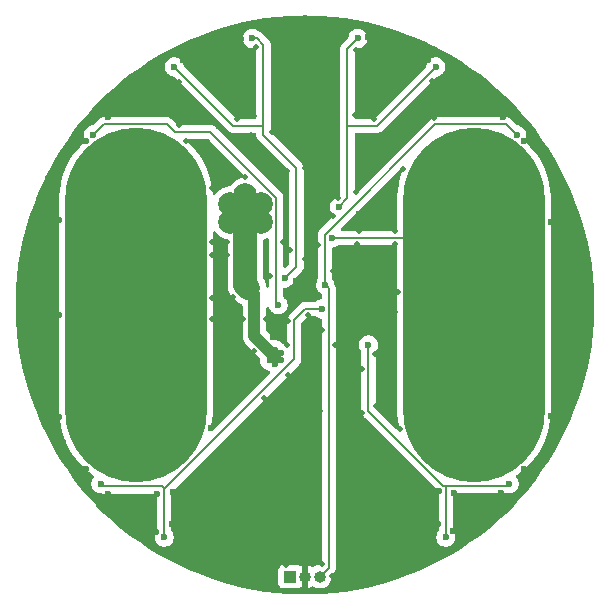
<source format=gbl>
%TF.GenerationSoftware,KiCad,Pcbnew,9.0.0*%
%TF.CreationDate,2025-02-26T13:29:11-06:00*%
%TF.ProjectId,reverse,72657665-7273-4652-9e6b-696361645f70,rev?*%
%TF.SameCoordinates,Original*%
%TF.FileFunction,Copper,L2,Bot*%
%TF.FilePolarity,Positive*%
%FSLAX46Y46*%
G04 Gerber Fmt 4.6, Leading zero omitted, Abs format (unit mm)*
G04 Created by KiCad (PCBNEW 9.0.0) date 2025-02-26 13:29:11*
%MOMM*%
%LPD*%
G01*
G04 APERTURE LIST*
%TA.AperFunction,ComponentPad*%
%ADD10C,2.000000*%
%TD*%
%TA.AperFunction,ComponentPad*%
%ADD11R,1.000000X1.000000*%
%TD*%
%TA.AperFunction,ComponentPad*%
%ADD12O,1.000000X1.000000*%
%TD*%
%TA.AperFunction,ComponentPad*%
%ADD13C,1.600000*%
%TD*%
%TA.AperFunction,ComponentPad*%
%ADD14O,1.200000X4.200000*%
%TD*%
%TA.AperFunction,SMDPad,CuDef*%
%ADD15O,12.000000X30.000000*%
%TD*%
%TA.AperFunction,ViaPad*%
%ADD16C,0.600000*%
%TD*%
%TA.AperFunction,ViaPad*%
%ADD17C,0.500000*%
%TD*%
%TA.AperFunction,Conductor*%
%ADD18C,2.000000*%
%TD*%
%TA.AperFunction,Conductor*%
%ADD19C,1.000000*%
%TD*%
%TA.AperFunction,Conductor*%
%ADD20C,0.200000*%
%TD*%
G04 APERTURE END LIST*
D10*
%TO.P,stitch1,1*%
%TO.N,GND*%
X26924000Y-45758000D03*
%TD*%
%TO.P,stitch1,1*%
%TO.N,GND*%
X41910000Y-27978000D03*
%TD*%
D11*
%TO.P,J1,1,Pin_1*%
%TO.N,+3V0*%
X48725000Y-73000000D03*
D12*
%TO.P,J1,2,Pin_2*%
%TO.N,GND*%
X49995001Y-73000000D03*
%TO.P,J1,3,Pin_3*%
%TO.N,GP6*%
X51265000Y-73000000D03*
%TD*%
D10*
%TO.P,stitch1,1*%
%TO.N,GND*%
X27178000Y-55156000D03*
%TD*%
%TO.P,through-r1,1*%
%TO.N,+3V0*%
X44958000Y-42202000D03*
%TD*%
%TO.P,stitch1,1*%
%TO.N,GND*%
X35306000Y-31788000D03*
%TD*%
%TO.P,stitch1,1*%
%TO.N,GND*%
X35052000Y-68110000D03*
%TD*%
%TO.P,stitch1,1*%
%TO.N,GND*%
X64948000Y-68110000D03*
%TD*%
%TO.P,stitch1,1*%
%TO.N,GND*%
X73076000Y-45758000D03*
%TD*%
D13*
%TO.P,align-r1,1*%
%TO.N,GND*%
X27800000Y-52400000D03*
%TD*%
D10*
%TO.P,through-r6,1*%
%TO.N,+3V0*%
X43658961Y-42952000D03*
%TD*%
%TO.P,through-r4,1*%
%TO.N,+3V0*%
X46257038Y-42952000D03*
%TD*%
D13*
%TO.P,align-r2,1*%
%TO.N,GND*%
X72200000Y-47300000D03*
%TD*%
D10*
%TO.P,through-r2,1*%
%TO.N,+3V0*%
X44958000Y-40702000D03*
%TD*%
%TO.P,through-r7,1*%
%TO.N,+3V0*%
X43658961Y-41452000D03*
%TD*%
%TO.P,through-r3,1*%
%TO.N,+3V0*%
X46257038Y-41452000D03*
%TD*%
%TO.P,through-r5,1*%
%TO.N,+3V0*%
X44958000Y-43702000D03*
%TD*%
D14*
%TO.P,battery-eject1,1*%
%TO.N,GND*%
X50000000Y-57000000D03*
%TD*%
D10*
%TO.P,stitch1,1*%
%TO.N,GND*%
X64694000Y-31788000D03*
%TD*%
%TO.P,stitch1,1*%
%TO.N,GND*%
X72822000Y-55156000D03*
%TD*%
%TO.P,stitch1,1*%
%TO.N,GND*%
X58090000Y-27978000D03*
%TD*%
%TO.P,stitch1,1*%
%TO.N,GND*%
X50038000Y-26454000D03*
%TD*%
D15*
%TO.P,S1,1,1*%
%TO.N,/touch1*%
X64300000Y-50000000D03*
%TD*%
%TO.P,S2,1,1*%
%TO.N,/touch2*%
X35700000Y-50000000D03*
%TD*%
D16*
%TO.N,GND*%
X39878000Y-70650000D03*
D17*
X43622000Y-67184248D03*
D16*
X71139913Y-50517384D03*
X28082024Y-43384656D03*
X73092489Y-48720000D03*
D17*
X42150000Y-45800000D03*
X43434000Y-44700000D03*
D16*
X37479978Y-65965040D03*
D17*
X42082735Y-40070910D03*
X57850000Y-48872000D03*
X54610000Y-43767891D03*
X39362091Y-31160000D03*
D16*
X29200000Y-50830151D03*
X33355379Y-65965040D03*
X66554035Y-65916000D03*
D17*
X48538595Y-51370595D03*
D16*
X61320022Y-65779979D03*
X62520022Y-69111544D03*
D17*
X48107038Y-44702248D03*
X42150000Y-51170000D03*
X53974280Y-48872000D03*
X48726000Y-45382497D03*
D16*
X47280160Y-27203793D03*
D17*
X52324000Y-72936000D03*
X43434000Y-45800000D03*
X46736000Y-45800000D03*
X42150000Y-49450000D03*
X54226545Y-33949455D03*
D16*
X66802000Y-34100000D03*
D17*
X47498000Y-73952000D03*
D16*
X71207898Y-40590102D03*
X60349070Y-70485116D03*
X31436104Y-36093963D03*
X28300000Y-56385079D03*
X70800000Y-42964000D03*
X38862000Y-65824000D03*
X41659829Y-36176508D03*
X62576000Y-65916000D03*
D17*
X55922000Y-54140000D03*
D16*
X54590219Y-42308310D03*
D17*
X54838834Y-59116580D03*
D16*
X49250000Y-48000000D03*
X28606085Y-40776118D03*
D17*
X45890159Y-28163978D03*
X42150000Y-44700000D03*
D16*
X72120000Y-51823608D03*
X27322614Y-51262826D03*
D17*
X46548001Y-57899817D03*
X52832000Y-40932000D03*
X50292000Y-50880000D03*
X43712243Y-64070243D03*
D16*
X72243090Y-43265986D03*
X72154151Y-56701304D03*
D17*
X48514000Y-58966000D03*
D16*
X47249057Y-52730843D03*
D17*
X56042852Y-58549149D03*
X58032262Y-60522486D03*
X39925111Y-36126508D03*
X54356000Y-40424000D03*
X54446550Y-35665599D03*
D16*
X50750000Y-48000000D03*
D17*
X58300909Y-38526909D03*
X45720000Y-56680000D03*
X47244000Y-35344000D03*
D16*
X55294048Y-27322727D03*
X27178000Y-48552000D03*
D17*
X54299595Y-28383403D03*
D16*
X42054793Y-60380793D03*
D17*
X51450000Y-71920000D03*
D16*
X33348962Y-34100000D03*
D17*
X51450000Y-52108000D03*
X54822000Y-55410000D03*
X57658000Y-43726000D03*
X45683248Y-53922752D03*
D16*
X68581384Y-63920710D03*
D17*
X52356770Y-47124803D03*
D16*
X37396029Y-69261093D03*
X39638553Y-29238915D03*
X61262421Y-68560399D03*
X44616892Y-27496677D03*
X60390804Y-29238915D03*
D17*
X51308000Y-58966000D03*
X52578000Y-53378000D03*
X48514000Y-38646000D03*
X43932694Y-49323306D03*
X44958000Y-39154000D03*
D16*
X38747590Y-68570410D03*
D17*
X57658000Y-50584000D03*
D16*
X37338000Y-30772000D03*
D17*
X53594000Y-50584000D03*
X48423752Y-72010248D03*
D16*
X52727373Y-27161069D03*
D17*
X41762190Y-63493583D03*
D16*
X29188208Y-59454350D03*
D17*
X57658000Y-44867891D03*
D16*
X29200000Y-42825258D03*
D17*
X48514000Y-53378000D03*
X55880000Y-34286000D03*
X50019783Y-46071028D03*
D16*
X68563894Y-36093962D03*
D17*
X52333909Y-42456000D03*
X41822294Y-68026853D03*
X60960000Y-34150000D03*
X48521909Y-55925909D03*
X54429190Y-44867891D03*
X45701927Y-34020982D03*
X39370000Y-34794000D03*
X50038000Y-38392000D03*
X47007038Y-47570000D03*
D16*
X72944441Y-51280000D03*
D17*
X46736000Y-51170000D03*
X44770000Y-51170000D03*
X51117893Y-44889405D03*
X44203909Y-34286000D03*
D16*
X62562598Y-30800942D03*
X31436103Y-63906037D03*
D17*
X60713909Y-31068000D03*
D16*
X70785497Y-59433974D03*
D17*
X45447207Y-35644992D03*
D16*
%TO.N,+3V0*%
X44712000Y-48252000D03*
X46998000Y-54094000D03*
X47998000Y-54094000D03*
X45212000Y-48552000D03*
X47998000Y-54694000D03*
X47498000Y-54994000D03*
X46998000Y-54694000D03*
X44712000Y-48852000D03*
X47498000Y-54394000D03*
X45212000Y-49152000D03*
X45712000Y-48852000D03*
X45712000Y-48252000D03*
X45212000Y-47952000D03*
X47498000Y-53794000D03*
%TO.N,GP4*%
X48306433Y-47720647D03*
X45528459Y-27433640D03*
X38920021Y-29838915D03*
%TO.N,/touch2*%
X41000000Y-45250000D03*
%TO.N,/touch1*%
X52267893Y-44317891D03*
%TO.N,GP6*%
X67930774Y-35600000D03*
X51693567Y-48279354D03*
%TO.N,GP1*%
X32692729Y-65155647D03*
X51400000Y-50330000D03*
X38079978Y-69676084D03*
%TO.N,GP8*%
X61920022Y-69676084D03*
X55372000Y-53378000D03*
X67296362Y-65144739D03*
%TO.N,GP5*%
X61079978Y-29838915D03*
X54471540Y-27433640D03*
X52883909Y-41694000D03*
%TO.N,GP3*%
X47724578Y-49992578D03*
X32069225Y-35598000D03*
%TD*%
D18*
%TO.N,+3V0*%
X44958000Y-48298000D02*
X44958000Y-47790000D01*
D19*
X47498000Y-54394000D02*
X45720000Y-52616000D01*
D18*
X45212000Y-48552000D02*
X44958000Y-48298000D01*
X44958000Y-47790000D02*
X44958000Y-42202000D01*
D19*
X45720000Y-52616000D02*
X45720000Y-49060000D01*
X45720000Y-49060000D02*
X45212000Y-48552000D01*
D20*
%TO.N,GP4*%
X46482000Y-35598000D02*
X49276000Y-38392000D01*
X45937640Y-27433640D02*
X46482000Y-27978000D01*
X49276000Y-38392000D02*
X49276000Y-46751080D01*
X38944915Y-29838915D02*
X43942000Y-34836000D01*
X49276000Y-46751080D02*
X48306433Y-47720647D01*
X46482000Y-27978000D02*
X46482000Y-35598000D01*
X38920021Y-29838915D02*
X38944915Y-29838915D01*
X43942000Y-34836000D02*
X46482000Y-34836000D01*
X45528459Y-27433640D02*
X45937640Y-27433640D01*
%TO.N,/touch1*%
X58617891Y-44317891D02*
X64300000Y-50000000D01*
X52267893Y-44317891D02*
X58617891Y-44317891D01*
%TO.N,GP6*%
X51265000Y-73000000D02*
X52000000Y-72265000D01*
X52000000Y-72265000D02*
X52000000Y-48585787D01*
X52000000Y-48585787D02*
X51693567Y-48279354D01*
X51667893Y-48253680D02*
X51667893Y-44069362D01*
X67030774Y-34700000D02*
X67930774Y-35600000D01*
X51693567Y-48279354D02*
X51667893Y-48253680D01*
X51667893Y-44069362D02*
X61037255Y-34700000D01*
X61037255Y-34700000D02*
X67030774Y-34700000D01*
%TO.N,GP1*%
X38140433Y-65529567D02*
X38079978Y-65529567D01*
X32692729Y-65155647D02*
X32902122Y-65365040D01*
X51400000Y-50330000D02*
X50038000Y-50330000D01*
X38079978Y-65529567D02*
X38079978Y-69676084D01*
X49100000Y-51268000D02*
X49100000Y-54570000D01*
X32902122Y-65365040D02*
X37915451Y-65365040D01*
X50038000Y-50330000D02*
X49100000Y-51268000D01*
X49100000Y-54570000D02*
X38140433Y-65529567D01*
X37915451Y-65365040D02*
X38079978Y-65529567D01*
%TO.N,GP8*%
X67296362Y-65144739D02*
X67125101Y-65316000D01*
X67125101Y-65316000D02*
X61920022Y-65316000D01*
X55372000Y-53378000D02*
X55372000Y-58981545D01*
X61706455Y-65316000D02*
X61920022Y-65316000D01*
X55372000Y-58981545D02*
X61706455Y-65316000D01*
X61920022Y-65316000D02*
X61920022Y-69676084D01*
%TO.N,GP5*%
X54471540Y-27433640D02*
X53594000Y-28311180D01*
X61079978Y-29890022D02*
X61079978Y-29838915D01*
X53594000Y-40983909D02*
X52883909Y-41694000D01*
X53594000Y-28311180D02*
X53594000Y-40983909D01*
X53594000Y-34836000D02*
X56134000Y-34836000D01*
X56134000Y-34836000D02*
X61079978Y-29890022D01*
%TO.N,GP3*%
X41987516Y-35344000D02*
X38953545Y-35344000D01*
X47557038Y-49825038D02*
X47557038Y-40913522D01*
X32967225Y-34700000D02*
X32069225Y-35598000D01*
X47557038Y-40913522D02*
X41987516Y-35344000D01*
X47724578Y-49992578D02*
X47557038Y-49825038D01*
X38309545Y-34700000D02*
X32967225Y-34700000D01*
X38953545Y-35344000D02*
X38309545Y-34700000D01*
%TD*%
%TA.AperFunction,Conductor*%
%TO.N,GND*%
G36*
X42405703Y-43785323D02*
G01*
X42424815Y-43806147D01*
X42514444Y-43929510D01*
X42681451Y-44096517D01*
X42872528Y-44235343D01*
X42959460Y-44279637D01*
X43082964Y-44342566D01*
X43082966Y-44342566D01*
X43082969Y-44342568D01*
X43307593Y-44415553D01*
X43352899Y-44422728D01*
X43416032Y-44452656D01*
X43452963Y-44511967D01*
X43457500Y-44545201D01*
X43457500Y-48416097D01*
X43494446Y-48649368D01*
X43567433Y-48873996D01*
X43674657Y-49084434D01*
X43813483Y-49275510D01*
X44234490Y-49696517D01*
X44425566Y-49835343D01*
X44636008Y-49942568D01*
X44636014Y-49942570D01*
X44640508Y-49944432D01*
X44639859Y-49945996D01*
X44691471Y-49981266D01*
X44718688Y-50045617D01*
X44719500Y-50059787D01*
X44719500Y-52714541D01*
X44719500Y-52714543D01*
X44719499Y-52714543D01*
X44757947Y-52907829D01*
X44757950Y-52907839D01*
X44833364Y-53089907D01*
X44833371Y-53089920D01*
X44942859Y-53253780D01*
X44942860Y-53253781D01*
X44942861Y-53253782D01*
X45082218Y-53393139D01*
X45082219Y-53393139D01*
X45089286Y-53400206D01*
X45089285Y-53400206D01*
X45089289Y-53400209D01*
X46168341Y-54479262D01*
X46201826Y-54540585D01*
X46202278Y-54591130D01*
X46197500Y-54615154D01*
X46197500Y-54772846D01*
X46228261Y-54927489D01*
X46228264Y-54927501D01*
X46288602Y-55073172D01*
X46288609Y-55073185D01*
X46376210Y-55204288D01*
X46376213Y-55204292D01*
X46487707Y-55315786D01*
X46487711Y-55315789D01*
X46618814Y-55403390D01*
X46618827Y-55403397D01*
X46686961Y-55431618D01*
X46764503Y-55463737D01*
X46816436Y-55474067D01*
X46832205Y-55482304D01*
X46849590Y-55485741D01*
X46876276Y-55505324D01*
X46878241Y-55506351D01*
X46879097Y-55507175D01*
X46987711Y-55615789D01*
X47001484Y-55624992D01*
X47009427Y-55632638D01*
X47021502Y-55653786D01*
X47037124Y-55672476D01*
X47038520Y-55683588D01*
X47044073Y-55693313D01*
X47042797Y-55717635D01*
X47045834Y-55741800D01*
X47041001Y-55751902D01*
X47040415Y-55763086D01*
X47026192Y-55782857D01*
X47015682Y-55804829D01*
X47011111Y-55809652D01*
X42242578Y-60578185D01*
X42181255Y-60611670D01*
X42111563Y-60606686D01*
X42055630Y-60564814D01*
X42031213Y-60499350D01*
X42034322Y-60461566D01*
X42080514Y-60269163D01*
X42160423Y-59764641D01*
X42200500Y-59255405D01*
X42200500Y-43879036D01*
X42220185Y-43811997D01*
X42272989Y-43766242D01*
X42342147Y-43756298D01*
X42405703Y-43785323D01*
G37*
%TD.AperFunction*%
%TA.AperFunction,Conductor*%
G36*
X46923893Y-44389263D02*
G01*
X46954722Y-44451964D01*
X46956538Y-44473109D01*
X46956538Y-48399137D01*
X46936853Y-48466176D01*
X46884049Y-48511931D01*
X46814891Y-48521875D01*
X46751335Y-48492850D01*
X46713561Y-48434072D01*
X46710065Y-48418535D01*
X46699844Y-48354003D01*
X46675552Y-48200631D01*
X46639060Y-48088319D01*
X46602569Y-47976010D01*
X46602567Y-47976007D01*
X46591429Y-47954148D01*
X46495343Y-47765566D01*
X46495341Y-47765563D01*
X46482181Y-47747449D01*
X46458702Y-47681643D01*
X46458500Y-47674565D01*
X46458500Y-44545201D01*
X46478185Y-44478162D01*
X46530989Y-44432407D01*
X46563095Y-44422729D01*
X46608406Y-44415553D01*
X46794220Y-44355177D01*
X46864060Y-44353183D01*
X46923893Y-44389263D01*
G37*
%TD.AperFunction*%
%TA.AperFunction,Conductor*%
G36*
X58116007Y-38547034D02*
G01*
X58140235Y-38548767D01*
X58149255Y-38555519D01*
X58160172Y-38558306D01*
X58176723Y-38576082D01*
X58196168Y-38590639D01*
X58200105Y-38601194D01*
X58207784Y-38609442D01*
X58212097Y-38633347D01*
X58220585Y-38656103D01*
X58218511Y-38668896D01*
X58220191Y-38678202D01*
X58211463Y-38712400D01*
X58196578Y-38748336D01*
X58038736Y-39234128D01*
X58038729Y-39234151D01*
X57962190Y-39552958D01*
X57921011Y-39724487D01*
X57919485Y-39730842D01*
X57839577Y-40235357D01*
X57839577Y-40235358D01*
X57799500Y-40744589D01*
X57799500Y-43593391D01*
X57779815Y-43660430D01*
X57727011Y-43706185D01*
X57675500Y-43717391D01*
X53168461Y-43717391D01*
X53101422Y-43697706D01*
X53055667Y-43644902D01*
X53045723Y-43575744D01*
X53074748Y-43512188D01*
X53080780Y-43505710D01*
X54270706Y-42315784D01*
X58009222Y-38577266D01*
X58019108Y-38571868D01*
X58026179Y-38563094D01*
X58049226Y-38555422D01*
X58070543Y-38543783D01*
X58081781Y-38544586D01*
X58092473Y-38541028D01*
X58116007Y-38547034D01*
G37*
%TD.AperFunction*%
%TA.AperFunction,Conductor*%
G36*
X41754458Y-35964185D02*
G01*
X41775100Y-35980819D01*
X44802383Y-39008103D01*
X44835868Y-39069426D01*
X44830884Y-39139118D01*
X44789012Y-39195051D01*
X44734101Y-39218257D01*
X44606630Y-39238447D01*
X44382003Y-39311433D01*
X44171566Y-39418657D01*
X44062550Y-39497862D01*
X43980490Y-39557483D01*
X43980488Y-39557485D01*
X43980487Y-39557485D01*
X43813485Y-39724487D01*
X43813485Y-39724488D01*
X43813483Y-39724490D01*
X43685687Y-39900386D01*
X43630357Y-39943051D01*
X43585369Y-39951500D01*
X43540864Y-39951500D01*
X43307592Y-39988446D01*
X43082964Y-40061433D01*
X42872527Y-40168657D01*
X42780722Y-40235358D01*
X42681451Y-40307483D01*
X42681449Y-40307485D01*
X42681448Y-40307485D01*
X42514445Y-40474488D01*
X42409568Y-40618838D01*
X42354237Y-40661503D01*
X42284624Y-40667482D01*
X42222829Y-40634876D01*
X42188472Y-40574037D01*
X42185632Y-40555681D01*
X42184777Y-40544812D01*
X42160423Y-40235359D01*
X42080514Y-39730837D01*
X41961268Y-39234140D01*
X41803419Y-38748330D01*
X41607940Y-38276402D01*
X41376037Y-37821267D01*
X41376028Y-37821253D01*
X41376026Y-37821247D01*
X41186773Y-37512417D01*
X41109139Y-37385729D01*
X40808892Y-36972474D01*
X40808887Y-36972467D01*
X40477152Y-36584057D01*
X40477147Y-36584051D01*
X40115949Y-36222853D01*
X40115941Y-36222846D01*
X40115930Y-36222836D01*
X40045625Y-36162790D01*
X40007431Y-36104284D01*
X40006932Y-36034416D01*
X40044286Y-35975369D01*
X40107633Y-35945891D01*
X40126156Y-35944500D01*
X41687419Y-35944500D01*
X41754458Y-35964185D01*
G37*
%TD.AperFunction*%
%TA.AperFunction,Conductor*%
G36*
X50483459Y-25505319D02*
G01*
X51439889Y-25542897D01*
X51444681Y-25543179D01*
X52398977Y-25618283D01*
X52403740Y-25618752D01*
X53354385Y-25731268D01*
X53359113Y-25731922D01*
X54304537Y-25881663D01*
X54309291Y-25882512D01*
X55248086Y-26069250D01*
X55252803Y-26070284D01*
X56183589Y-26293747D01*
X56188240Y-26294961D01*
X57040011Y-26535185D01*
X57109478Y-26554777D01*
X57114137Y-26556190D01*
X58024475Y-26851976D01*
X58029024Y-26853553D01*
X58927083Y-27184865D01*
X58931590Y-27186629D01*
X59815913Y-27552928D01*
X59820329Y-27554859D01*
X60063876Y-27667136D01*
X60689597Y-27955598D01*
X60693978Y-27957723D01*
X60885737Y-28055429D01*
X61546821Y-28392268D01*
X61551104Y-28394558D01*
X62386242Y-28862258D01*
X62390443Y-28864720D01*
X63206538Y-29364824D01*
X63210639Y-29367449D01*
X64006500Y-29899226D01*
X64010494Y-29902010D01*
X64784842Y-30464607D01*
X64788725Y-30467546D01*
X65540405Y-31060122D01*
X65544169Y-31063211D01*
X66272020Y-31684855D01*
X66275630Y-31688063D01*
X66961980Y-32322518D01*
X66978508Y-32337796D01*
X66982018Y-32341171D01*
X67658828Y-33017981D01*
X67662203Y-33021491D01*
X68311923Y-33724354D01*
X68315157Y-33727993D01*
X68936788Y-34455830D01*
X68939877Y-34459594D01*
X69532453Y-35211274D01*
X69535392Y-35215157D01*
X70097989Y-35989505D01*
X70100773Y-35993499D01*
X70632550Y-36789360D01*
X70635175Y-36793461D01*
X71135279Y-37609556D01*
X71137741Y-37613757D01*
X71605441Y-38448895D01*
X71607737Y-38453189D01*
X72042276Y-39306021D01*
X72044401Y-39310402D01*
X72445130Y-40179648D01*
X72447081Y-40184109D01*
X72813364Y-41068396D01*
X72815139Y-41072930D01*
X73146437Y-41970950D01*
X73148032Y-41975551D01*
X73443809Y-42885862D01*
X73445222Y-42890521D01*
X73705030Y-43811729D01*
X73706260Y-43816441D01*
X73929710Y-44747177D01*
X73930753Y-44751933D01*
X74117483Y-45690688D01*
X74118339Y-45695481D01*
X74268073Y-46640863D01*
X74268737Y-46645657D01*
X74381240Y-47596192D01*
X74381717Y-47601038D01*
X74456818Y-48555284D01*
X74457104Y-48560145D01*
X74494681Y-49516540D01*
X74494777Y-49521408D01*
X74494777Y-50478591D01*
X74494681Y-50483459D01*
X74457104Y-51439854D01*
X74456818Y-51444715D01*
X74381717Y-52398961D01*
X74381241Y-52403791D01*
X74270971Y-53335473D01*
X74268741Y-53354313D01*
X74268073Y-53359136D01*
X74118339Y-54304518D01*
X74117483Y-54309311D01*
X73930753Y-55248066D01*
X73929710Y-55252822D01*
X73706260Y-56183558D01*
X73705030Y-56188270D01*
X73445222Y-57109478D01*
X73443809Y-57114137D01*
X73148032Y-58024448D01*
X73146437Y-58029049D01*
X72815139Y-58927069D01*
X72813364Y-58931603D01*
X72447081Y-59815890D01*
X72445130Y-59820351D01*
X72044401Y-60689597D01*
X72042276Y-60693978D01*
X71607737Y-61546810D01*
X71605441Y-61551104D01*
X71137741Y-62386242D01*
X71135279Y-62390443D01*
X70635175Y-63206538D01*
X70632550Y-63210639D01*
X70100773Y-64006500D01*
X70097989Y-64010494D01*
X69535392Y-64784842D01*
X69532453Y-64788725D01*
X68939877Y-65540405D01*
X68936788Y-65544169D01*
X68315157Y-66272006D01*
X68311923Y-66275645D01*
X67662203Y-66978508D01*
X67658828Y-66982018D01*
X66982018Y-67658828D01*
X66978508Y-67662203D01*
X66275645Y-68311923D01*
X66272006Y-68315157D01*
X65544169Y-68936788D01*
X65540405Y-68939877D01*
X64788725Y-69532453D01*
X64784842Y-69535392D01*
X64010494Y-70097989D01*
X64006500Y-70100773D01*
X63210639Y-70632550D01*
X63206538Y-70635175D01*
X62390443Y-71135279D01*
X62386242Y-71137741D01*
X61551104Y-71605441D01*
X61546810Y-71607737D01*
X60693978Y-72042276D01*
X60689597Y-72044401D01*
X59820351Y-72445130D01*
X59815890Y-72447081D01*
X58931603Y-72813364D01*
X58927069Y-72815139D01*
X58029049Y-73146437D01*
X58024448Y-73148032D01*
X57114137Y-73443809D01*
X57109478Y-73445222D01*
X56188270Y-73705030D01*
X56183558Y-73706260D01*
X55252822Y-73929710D01*
X55248066Y-73930753D01*
X54309311Y-74117483D01*
X54304518Y-74118339D01*
X53359136Y-74268073D01*
X53354335Y-74268737D01*
X52403791Y-74381241D01*
X52398961Y-74381717D01*
X51444715Y-74456818D01*
X51439854Y-74457104D01*
X50483459Y-74494681D01*
X50478591Y-74494777D01*
X49521409Y-74494777D01*
X49516541Y-74494681D01*
X48560145Y-74457104D01*
X48555284Y-74456818D01*
X47601038Y-74381717D01*
X47596213Y-74381242D01*
X46645657Y-74268737D01*
X46640863Y-74268073D01*
X45695481Y-74118339D01*
X45690688Y-74117483D01*
X44751933Y-73930753D01*
X44747177Y-73929710D01*
X43816441Y-73706260D01*
X43811729Y-73705030D01*
X42890521Y-73445222D01*
X42885862Y-73443809D01*
X41975551Y-73148032D01*
X41970950Y-73146437D01*
X41072930Y-72815139D01*
X41068396Y-72813364D01*
X40464849Y-72563367D01*
X40184109Y-72447081D01*
X40179648Y-72445130D01*
X39310402Y-72044401D01*
X39306021Y-72042276D01*
X38453189Y-71607737D01*
X38448895Y-71605441D01*
X37613757Y-71137741D01*
X37609556Y-71135279D01*
X36793461Y-70635175D01*
X36789360Y-70632550D01*
X35993499Y-70100773D01*
X35989505Y-70097989D01*
X35215157Y-69535392D01*
X35211274Y-69532453D01*
X34459594Y-68939877D01*
X34455830Y-68936788D01*
X34166276Y-68689485D01*
X33727982Y-68315147D01*
X33724354Y-68311923D01*
X33021491Y-67662203D01*
X33017981Y-67658828D01*
X32341171Y-66982018D01*
X32337796Y-66978508D01*
X32304081Y-66942035D01*
X31688063Y-66275630D01*
X31684855Y-66272020D01*
X31063211Y-65544169D01*
X31060122Y-65540405D01*
X30467546Y-64788725D01*
X30464607Y-64784842D01*
X29902010Y-64010494D01*
X29899226Y-64006500D01*
X29367449Y-63210639D01*
X29364824Y-63206538D01*
X28864720Y-62390443D01*
X28862258Y-62386242D01*
X28394558Y-61551104D01*
X28392262Y-61546810D01*
X27957723Y-60693978D01*
X27955598Y-60689597D01*
X27739694Y-60221266D01*
X27554859Y-59820329D01*
X27552928Y-59815913D01*
X27186629Y-58931590D01*
X27184860Y-58927069D01*
X27113194Y-58732810D01*
X26853553Y-58029024D01*
X26851976Y-58024475D01*
X26556190Y-57114137D01*
X26554777Y-57109478D01*
X26365937Y-56439903D01*
X26294961Y-56188240D01*
X26293747Y-56183589D01*
X26070284Y-55252803D01*
X26069246Y-55248066D01*
X26060538Y-55204289D01*
X25882512Y-54309291D01*
X25881660Y-54304518D01*
X25816122Y-53890726D01*
X25731922Y-53359113D01*
X25731268Y-53354385D01*
X25618752Y-52403740D01*
X25618282Y-52398961D01*
X25600780Y-52176575D01*
X25543179Y-51444681D01*
X25542897Y-51439889D01*
X25505319Y-50483459D01*
X25505223Y-50478591D01*
X25505223Y-49521408D01*
X25505319Y-49516540D01*
X25509420Y-49412152D01*
X25542897Y-48560107D01*
X25543178Y-48555321D01*
X25618284Y-47601017D01*
X25618751Y-47596264D01*
X25731268Y-46645607D01*
X25731921Y-46640893D01*
X25881664Y-45695453D01*
X25882510Y-45690717D01*
X26069252Y-44751903D01*
X26070282Y-44747207D01*
X26293750Y-43816398D01*
X26294957Y-43811771D01*
X26554780Y-42890510D01*
X26556190Y-42885862D01*
X26653959Y-42584960D01*
X26851981Y-41975509D01*
X26853547Y-41970991D01*
X27184872Y-41072898D01*
X27186622Y-41068427D01*
X27320757Y-40744595D01*
X29199500Y-40744595D01*
X29199500Y-59255405D01*
X29239577Y-59764641D01*
X29319486Y-60269163D01*
X29438732Y-60765860D01*
X29483800Y-60904564D01*
X29596578Y-61251664D01*
X29720611Y-61551104D01*
X29792060Y-61723598D01*
X30023963Y-62178733D01*
X30023968Y-62178741D01*
X30023970Y-62178745D01*
X30023973Y-62178752D01*
X30290855Y-62614261D01*
X30290862Y-62614272D01*
X30591102Y-63027518D01*
X30591112Y-63027532D01*
X30745776Y-63208619D01*
X30922853Y-63415949D01*
X31284051Y-63777147D01*
X31284057Y-63777152D01*
X31672467Y-64108887D01*
X31672474Y-64108892D01*
X32085729Y-64409139D01*
X32088551Y-64410868D01*
X32088911Y-64411089D01*
X32135785Y-64462901D01*
X32147206Y-64531831D01*
X32119548Y-64595994D01*
X32111801Y-64604495D01*
X32070943Y-64645353D01*
X32070939Y-64645358D01*
X31983338Y-64776461D01*
X31983331Y-64776474D01*
X31922993Y-64922145D01*
X31922990Y-64922157D01*
X31892229Y-65076800D01*
X31892229Y-65234493D01*
X31922990Y-65389136D01*
X31922993Y-65389148D01*
X31983331Y-65534819D01*
X31983338Y-65534832D01*
X32070939Y-65665935D01*
X32070942Y-65665939D01*
X32182436Y-65777433D01*
X32182440Y-65777436D01*
X32313543Y-65865037D01*
X32313556Y-65865044D01*
X32432900Y-65914477D01*
X32459232Y-65925384D01*
X32604451Y-65954270D01*
X32613882Y-65956146D01*
X32613885Y-65956147D01*
X32771685Y-65956147D01*
X32803780Y-65960373D01*
X32817378Y-65964016D01*
X32823064Y-65965540D01*
X32823065Y-65965540D01*
X37355478Y-65965540D01*
X37422517Y-65985225D01*
X37468272Y-66038029D01*
X37479478Y-66089540D01*
X37479478Y-69096318D01*
X37459793Y-69163357D01*
X37458580Y-69165209D01*
X37370587Y-69296898D01*
X37370580Y-69296911D01*
X37310242Y-69442582D01*
X37310239Y-69442594D01*
X37279478Y-69597237D01*
X37279478Y-69754930D01*
X37310239Y-69909573D01*
X37310242Y-69909585D01*
X37370580Y-70055256D01*
X37370587Y-70055269D01*
X37458188Y-70186372D01*
X37458191Y-70186376D01*
X37569685Y-70297870D01*
X37569689Y-70297873D01*
X37700792Y-70385474D01*
X37700805Y-70385481D01*
X37846476Y-70445819D01*
X37846481Y-70445821D01*
X38001131Y-70476583D01*
X38001134Y-70476584D01*
X38001136Y-70476584D01*
X38158822Y-70476584D01*
X38158823Y-70476583D01*
X38313475Y-70445821D01*
X38459157Y-70385478D01*
X38590267Y-70297873D01*
X38701767Y-70186373D01*
X38789372Y-70055263D01*
X38849715Y-69909581D01*
X38880478Y-69754926D01*
X38880478Y-69597242D01*
X38880478Y-69597239D01*
X38880477Y-69597237D01*
X38867890Y-69533957D01*
X38849715Y-69442587D01*
X38849713Y-69442582D01*
X38789375Y-69296911D01*
X38789368Y-69296898D01*
X38701376Y-69165209D01*
X38680498Y-69098531D01*
X38680478Y-69096318D01*
X38680478Y-65890118D01*
X38700163Y-65823079D01*
X38716792Y-65802442D01*
X49458506Y-55060727D01*
X49458511Y-55060724D01*
X49468714Y-55050520D01*
X49468716Y-55050520D01*
X49580520Y-54938716D01*
X49587002Y-54927489D01*
X49658150Y-54804257D01*
X49658152Y-54804251D01*
X49659577Y-54801785D01*
X49700500Y-54649058D01*
X49700500Y-54490943D01*
X49700500Y-51568097D01*
X49720185Y-51501058D01*
X49736819Y-51480416D01*
X50250416Y-50966819D01*
X50311739Y-50933334D01*
X50338097Y-50930500D01*
X50820234Y-50930500D01*
X50887273Y-50950185D01*
X50889125Y-50951398D01*
X51020814Y-51039390D01*
X51020827Y-51039397D01*
X51166498Y-51099735D01*
X51166503Y-51099737D01*
X51276987Y-51121713D01*
X51299691Y-51126230D01*
X51361602Y-51158615D01*
X51396176Y-51219330D01*
X51399500Y-51247847D01*
X51399500Y-71875500D01*
X51379815Y-71942539D01*
X51327011Y-71988294D01*
X51275500Y-71999500D01*
X51166457Y-71999500D01*
X50973170Y-72037947D01*
X50973160Y-72037950D01*
X50791093Y-72113364D01*
X50791082Y-72113370D01*
X50698440Y-72175271D01*
X50631762Y-72196148D01*
X50564382Y-72177663D01*
X50560659Y-72175270D01*
X50468685Y-72113814D01*
X50468672Y-72113807D01*
X50286692Y-72038429D01*
X50286684Y-72038427D01*
X50245001Y-72030135D01*
X50245001Y-72790382D01*
X50194555Y-72739936D01*
X50120446Y-72697149D01*
X50037788Y-72675000D01*
X49952214Y-72675000D01*
X49869556Y-72697149D01*
X49795447Y-72739936D01*
X49745001Y-72790382D01*
X49745001Y-72030136D01*
X49745000Y-72030135D01*
X49703317Y-72038427D01*
X49703309Y-72038429D01*
X49601340Y-72080666D01*
X49531870Y-72088135D01*
X49479580Y-72065374D01*
X49467331Y-72056204D01*
X49467326Y-72056202D01*
X49332482Y-72005908D01*
X49332483Y-72005908D01*
X49272883Y-71999501D01*
X49272881Y-71999500D01*
X49272873Y-71999500D01*
X49272864Y-71999500D01*
X48177129Y-71999500D01*
X48177123Y-71999501D01*
X48117516Y-72005908D01*
X47982671Y-72056202D01*
X47982664Y-72056206D01*
X47867455Y-72142452D01*
X47867452Y-72142455D01*
X47781206Y-72257664D01*
X47781202Y-72257671D01*
X47730908Y-72392517D01*
X47724501Y-72452116D01*
X47724500Y-72452135D01*
X47724500Y-73547870D01*
X47724501Y-73547876D01*
X47730908Y-73607483D01*
X47781202Y-73742328D01*
X47781206Y-73742335D01*
X47867452Y-73857544D01*
X47867455Y-73857547D01*
X47982664Y-73943793D01*
X47982671Y-73943797D01*
X48117517Y-73994091D01*
X48117516Y-73994091D01*
X48124444Y-73994835D01*
X48177127Y-74000500D01*
X49272872Y-74000499D01*
X49332483Y-73994091D01*
X49467331Y-73943796D01*
X49479574Y-73934630D01*
X49545036Y-73910210D01*
X49601340Y-73919333D01*
X49703309Y-73961569D01*
X49745001Y-73969862D01*
X49745001Y-73209618D01*
X49795447Y-73260064D01*
X49869556Y-73302851D01*
X49952214Y-73325000D01*
X50037788Y-73325000D01*
X50120446Y-73302851D01*
X50194555Y-73260064D01*
X50245001Y-73209618D01*
X50245001Y-73969862D01*
X50286691Y-73961569D01*
X50286693Y-73961569D01*
X50468674Y-73886191D01*
X50468677Y-73886189D01*
X50560658Y-73824729D01*
X50627335Y-73803850D01*
X50694716Y-73822334D01*
X50698390Y-73824695D01*
X50791086Y-73886632D01*
X50791088Y-73886633D01*
X50791092Y-73886635D01*
X50972001Y-73961569D01*
X50973165Y-73962051D01*
X50973169Y-73962051D01*
X50973170Y-73962052D01*
X51166456Y-74000500D01*
X51166459Y-74000500D01*
X51363543Y-74000500D01*
X51517567Y-73969862D01*
X51556835Y-73962051D01*
X51738914Y-73886632D01*
X51902782Y-73777139D01*
X52042139Y-73637782D01*
X52151632Y-73473914D01*
X52227051Y-73291835D01*
X52255973Y-73146437D01*
X52265500Y-73098543D01*
X52265500Y-72900096D01*
X52274143Y-72870659D01*
X52280667Y-72840670D01*
X52284422Y-72835653D01*
X52285185Y-72833057D01*
X52301818Y-72812416D01*
X52313788Y-72800446D01*
X52358505Y-72755729D01*
X52358510Y-72755725D01*
X52368714Y-72745520D01*
X52368716Y-72745520D01*
X52480520Y-72633716D01*
X52542660Y-72526086D01*
X52559577Y-72496785D01*
X52600501Y-72344057D01*
X52600501Y-72185943D01*
X52600501Y-72178348D01*
X52600500Y-72178330D01*
X52600500Y-48674847D01*
X52600501Y-48674834D01*
X52600501Y-48506731D01*
X52598289Y-48498476D01*
X52559577Y-48354003D01*
X52510679Y-48269309D01*
X52494067Y-48207310D01*
X52494067Y-48200509D01*
X52494066Y-48200507D01*
X52463305Y-48045864D01*
X52463304Y-48045857D01*
X52434372Y-47976008D01*
X52402964Y-47900181D01*
X52402957Y-47900168D01*
X52315356Y-47769065D01*
X52315353Y-47769061D01*
X52304712Y-47758420D01*
X52271227Y-47697097D01*
X52268393Y-47670739D01*
X52268393Y-45235738D01*
X52288078Y-45168699D01*
X52340882Y-45122944D01*
X52368202Y-45114121D01*
X52384184Y-45110941D01*
X52501390Y-45087628D01*
X52647072Y-45027285D01*
X52701556Y-44990880D01*
X52778768Y-44939289D01*
X52845446Y-44918411D01*
X52847659Y-44918391D01*
X57675500Y-44918391D01*
X57742539Y-44938076D01*
X57788294Y-44990880D01*
X57799500Y-45042391D01*
X57799500Y-59255404D01*
X57839577Y-59764641D01*
X57839577Y-59764642D01*
X57919485Y-60269157D01*
X57946577Y-60382004D01*
X57943086Y-60451786D01*
X57902422Y-60508604D01*
X57837496Y-60534417D01*
X57768921Y-60521031D01*
X57738322Y-60498632D01*
X56008819Y-58769129D01*
X55975334Y-58707806D01*
X55972500Y-58681448D01*
X55972500Y-53957765D01*
X55992185Y-53890726D01*
X55993398Y-53888874D01*
X56081390Y-53757185D01*
X56081390Y-53757184D01*
X56081394Y-53757179D01*
X56141737Y-53611497D01*
X56172500Y-53456842D01*
X56172500Y-53299158D01*
X56172500Y-53299155D01*
X56172499Y-53299153D01*
X56147249Y-53172213D01*
X56141737Y-53144503D01*
X56119123Y-53089907D01*
X56081397Y-52998827D01*
X56081390Y-52998814D01*
X55993789Y-52867711D01*
X55993786Y-52867707D01*
X55882292Y-52756213D01*
X55882288Y-52756210D01*
X55751185Y-52668609D01*
X55751172Y-52668602D01*
X55605501Y-52608264D01*
X55605489Y-52608261D01*
X55450845Y-52577500D01*
X55450842Y-52577500D01*
X55293158Y-52577500D01*
X55293155Y-52577500D01*
X55138510Y-52608261D01*
X55138498Y-52608264D01*
X54992827Y-52668602D01*
X54992814Y-52668609D01*
X54861711Y-52756210D01*
X54861707Y-52756213D01*
X54750213Y-52867707D01*
X54750210Y-52867711D01*
X54662609Y-52998814D01*
X54662602Y-52998827D01*
X54602264Y-53144498D01*
X54602261Y-53144510D01*
X54571500Y-53299153D01*
X54571500Y-53456846D01*
X54602261Y-53611489D01*
X54602264Y-53611501D01*
X54662602Y-53757172D01*
X54662609Y-53757185D01*
X54750602Y-53888874D01*
X54771480Y-53955551D01*
X54771500Y-53957765D01*
X54771500Y-58894875D01*
X54771499Y-58894893D01*
X54771499Y-59060599D01*
X54771498Y-59060599D01*
X54771499Y-59060602D01*
X54812423Y-59213330D01*
X54836715Y-59255405D01*
X54891477Y-59350257D01*
X54891481Y-59350262D01*
X55010349Y-59469130D01*
X55010355Y-59469135D01*
X61225933Y-65684713D01*
X61225935Y-65684716D01*
X61283204Y-65741985D01*
X61316688Y-65803306D01*
X61319522Y-65829665D01*
X61319522Y-69096318D01*
X61299837Y-69163357D01*
X61298624Y-69165209D01*
X61210631Y-69296898D01*
X61210624Y-69296911D01*
X61150286Y-69442582D01*
X61150283Y-69442594D01*
X61119522Y-69597237D01*
X61119522Y-69754930D01*
X61150283Y-69909573D01*
X61150286Y-69909585D01*
X61210624Y-70055256D01*
X61210631Y-70055269D01*
X61298232Y-70186372D01*
X61298235Y-70186376D01*
X61409729Y-70297870D01*
X61409733Y-70297873D01*
X61540836Y-70385474D01*
X61540849Y-70385481D01*
X61686520Y-70445819D01*
X61686525Y-70445821D01*
X61841175Y-70476583D01*
X61841178Y-70476584D01*
X61841180Y-70476584D01*
X61998866Y-70476584D01*
X61998867Y-70476583D01*
X62153519Y-70445821D01*
X62299201Y-70385478D01*
X62430311Y-70297873D01*
X62541811Y-70186373D01*
X62629416Y-70055263D01*
X62689759Y-69909581D01*
X62720522Y-69754926D01*
X62720522Y-69597242D01*
X62720522Y-69597239D01*
X62720521Y-69597237D01*
X62707934Y-69533957D01*
X62689759Y-69442587D01*
X62689757Y-69442582D01*
X62629419Y-69296911D01*
X62629412Y-69296898D01*
X62541420Y-69165209D01*
X62520542Y-69098531D01*
X62520522Y-69096318D01*
X62520522Y-66040500D01*
X62540207Y-65973461D01*
X62593011Y-65927706D01*
X62644522Y-65916500D01*
X67038438Y-65916500D01*
X67046041Y-65916500D01*
X67046044Y-65916501D01*
X67060843Y-65916501D01*
X67085024Y-65918883D01*
X67115772Y-65925000D01*
X67217517Y-65945239D01*
X67217520Y-65945239D01*
X67375206Y-65945239D01*
X67375207Y-65945238D01*
X67529859Y-65914476D01*
X67675541Y-65854133D01*
X67806651Y-65766528D01*
X67918151Y-65655028D01*
X68005756Y-65523918D01*
X68066099Y-65378236D01*
X68096862Y-65223581D01*
X68096862Y-65065897D01*
X68096862Y-65065894D01*
X68096861Y-65065892D01*
X68068270Y-64922157D01*
X68066099Y-64911242D01*
X68066097Y-64911237D01*
X68005759Y-64765566D01*
X68005752Y-64765553D01*
X67918151Y-64634450D01*
X67918148Y-64634446D01*
X67888198Y-64604496D01*
X67854713Y-64543173D01*
X67859697Y-64473481D01*
X67901569Y-64417548D01*
X67911088Y-64411089D01*
X67914271Y-64409139D01*
X68327526Y-64108892D01*
X68715949Y-63777147D01*
X69077147Y-63415949D01*
X69408892Y-63027526D01*
X69709139Y-62614271D01*
X69879108Y-62336905D01*
X69976026Y-62178752D01*
X69976027Y-62178748D01*
X69976037Y-62178733D01*
X70207940Y-61723598D01*
X70403419Y-61251670D01*
X70561268Y-60765860D01*
X70680514Y-60269163D01*
X70760423Y-59764641D01*
X70800500Y-59255405D01*
X70800500Y-40744595D01*
X70760423Y-40235359D01*
X70680514Y-39730837D01*
X70561268Y-39234140D01*
X70403419Y-38748330D01*
X70207940Y-38276402D01*
X69976037Y-37821267D01*
X69976028Y-37821253D01*
X69976026Y-37821247D01*
X69786773Y-37512417D01*
X69709139Y-37385729D01*
X69408892Y-36972474D01*
X69408887Y-36972467D01*
X69077152Y-36584057D01*
X69077147Y-36584051D01*
X68715949Y-36222853D01*
X68647828Y-36164672D01*
X68609635Y-36106165D01*
X68609137Y-36036297D01*
X68625256Y-36001494D01*
X68640168Y-35979179D01*
X68700511Y-35833497D01*
X68731274Y-35678842D01*
X68731274Y-35521158D01*
X68731274Y-35521155D01*
X68731273Y-35521153D01*
X68716663Y-35447706D01*
X68700511Y-35366503D01*
X68700509Y-35366498D01*
X68640171Y-35220827D01*
X68640164Y-35220814D01*
X68552563Y-35089711D01*
X68552560Y-35089707D01*
X68441066Y-34978213D01*
X68441062Y-34978210D01*
X68309959Y-34890609D01*
X68309946Y-34890602D01*
X68164275Y-34830264D01*
X68164265Y-34830261D01*
X68008923Y-34799361D01*
X67947012Y-34766976D01*
X67945434Y-34765425D01*
X67518364Y-34338355D01*
X67518362Y-34338352D01*
X67399491Y-34219481D01*
X67399490Y-34219480D01*
X67312678Y-34169360D01*
X67312678Y-34169359D01*
X67312674Y-34169358D01*
X67262559Y-34140423D01*
X67109831Y-34099499D01*
X66951717Y-34099499D01*
X66944121Y-34099499D01*
X66944105Y-34099500D01*
X61123925Y-34099500D01*
X61123909Y-34099499D01*
X61116313Y-34099499D01*
X60958198Y-34099499D01*
X60850842Y-34128265D01*
X60805465Y-34140424D01*
X60805464Y-34140425D01*
X60755351Y-34169359D01*
X60755350Y-34169360D01*
X60711944Y-34194420D01*
X60668540Y-34219479D01*
X60668537Y-34219481D01*
X54406181Y-40481838D01*
X54344858Y-40515323D01*
X54275166Y-40510339D01*
X54219233Y-40468467D01*
X54194816Y-40403003D01*
X54194500Y-40394157D01*
X54194500Y-35560500D01*
X54214185Y-35493461D01*
X54266989Y-35447706D01*
X54318500Y-35436500D01*
X56047331Y-35436500D01*
X56047347Y-35436501D01*
X56054943Y-35436501D01*
X56213054Y-35436501D01*
X56213057Y-35436501D01*
X56365785Y-35395577D01*
X56419606Y-35364503D01*
X56502716Y-35316520D01*
X56614520Y-35204716D01*
X56614520Y-35204714D01*
X56624724Y-35194511D01*
X56624728Y-35194506D01*
X61158438Y-30660795D01*
X61219759Y-30627312D01*
X61221772Y-30626892D01*
X61313475Y-30608652D01*
X61459157Y-30548309D01*
X61590267Y-30460704D01*
X61701767Y-30349204D01*
X61789372Y-30218094D01*
X61849715Y-30072412D01*
X61880478Y-29917757D01*
X61880478Y-29760073D01*
X61880478Y-29760070D01*
X61880477Y-29760068D01*
X61849716Y-29605425D01*
X61849715Y-29605418D01*
X61849713Y-29605413D01*
X61789375Y-29459742D01*
X61789368Y-29459729D01*
X61701767Y-29328626D01*
X61701764Y-29328622D01*
X61590270Y-29217128D01*
X61590266Y-29217125D01*
X61459163Y-29129524D01*
X61459150Y-29129517D01*
X61313479Y-29069179D01*
X61313467Y-29069176D01*
X61158823Y-29038415D01*
X61158820Y-29038415D01*
X61001136Y-29038415D01*
X61001133Y-29038415D01*
X60846488Y-29069176D01*
X60846476Y-29069179D01*
X60700805Y-29129517D01*
X60700792Y-29129524D01*
X60569689Y-29217125D01*
X60569685Y-29217128D01*
X60458191Y-29328622D01*
X60458188Y-29328626D01*
X60370587Y-29459729D01*
X60370580Y-29459742D01*
X60310242Y-29605413D01*
X60310239Y-29605425D01*
X60279478Y-29760068D01*
X60279478Y-29789925D01*
X60259793Y-29856964D01*
X60243159Y-29877606D01*
X55921584Y-34199181D01*
X55860261Y-34232666D01*
X55833903Y-34235500D01*
X54318500Y-34235500D01*
X54251461Y-34215815D01*
X54205706Y-34163011D01*
X54194500Y-34111500D01*
X54194500Y-28611277D01*
X54214185Y-28544238D01*
X54230819Y-28523596D01*
X54354189Y-28400226D01*
X54486202Y-28268212D01*
X54547523Y-28234729D01*
X54549690Y-28234278D01*
X54607625Y-28222753D01*
X54705037Y-28203377D01*
X54850719Y-28143034D01*
X54981829Y-28055429D01*
X55093329Y-27943929D01*
X55180934Y-27812819D01*
X55208523Y-27746214D01*
X55241277Y-27667137D01*
X55241277Y-27667136D01*
X55272040Y-27512482D01*
X55272040Y-27354798D01*
X55272040Y-27354795D01*
X55272039Y-27354793D01*
X55241278Y-27200150D01*
X55241278Y-27200148D01*
X55241277Y-27200143D01*
X55185268Y-27064924D01*
X55180937Y-27054467D01*
X55180930Y-27054454D01*
X55093329Y-26923351D01*
X55093326Y-26923347D01*
X54981832Y-26811853D01*
X54981828Y-26811850D01*
X54850725Y-26724249D01*
X54850712Y-26724242D01*
X54705041Y-26663904D01*
X54705029Y-26663901D01*
X54550385Y-26633140D01*
X54550382Y-26633140D01*
X54392698Y-26633140D01*
X54392695Y-26633140D01*
X54238050Y-26663901D01*
X54238038Y-26663904D01*
X54092367Y-26724242D01*
X54092354Y-26724249D01*
X53961251Y-26811850D01*
X53961247Y-26811853D01*
X53849753Y-26923347D01*
X53849750Y-26923351D01*
X53762149Y-27054454D01*
X53762142Y-27054467D01*
X53701804Y-27200138D01*
X53701801Y-27200148D01*
X53670901Y-27355490D01*
X53638516Y-27417401D01*
X53636965Y-27418979D01*
X53113481Y-27942462D01*
X53113479Y-27942465D01*
X53112634Y-27943929D01*
X53084178Y-27993217D01*
X53034423Y-28079395D01*
X52993499Y-28232123D01*
X52993499Y-28232125D01*
X52993499Y-28400226D01*
X52993500Y-28400239D01*
X52993500Y-40683812D01*
X52984855Y-40713251D01*
X52978332Y-40743239D01*
X52974577Y-40748254D01*
X52973815Y-40750851D01*
X52957185Y-40771488D01*
X52894209Y-40834465D01*
X52869248Y-40859426D01*
X52807924Y-40892910D01*
X52805759Y-40893361D01*
X52650417Y-40924261D01*
X52650407Y-40924264D01*
X52504736Y-40984602D01*
X52504723Y-40984609D01*
X52373620Y-41072210D01*
X52373616Y-41072213D01*
X52262122Y-41183707D01*
X52262119Y-41183711D01*
X52174518Y-41314814D01*
X52174511Y-41314827D01*
X52114173Y-41460498D01*
X52114170Y-41460510D01*
X52083409Y-41615153D01*
X52083409Y-41772846D01*
X52114170Y-41927489D01*
X52114173Y-41927501D01*
X52174511Y-42073172D01*
X52174518Y-42073185D01*
X52262119Y-42204288D01*
X52262122Y-42204292D01*
X52373614Y-42315784D01*
X52376942Y-42318515D01*
X52416280Y-42376258D01*
X52418155Y-42446103D01*
X52385964Y-42502054D01*
X51301693Y-43586325D01*
X51301684Y-43586334D01*
X51299179Y-43588840D01*
X51299177Y-43588842D01*
X51187373Y-43700646D01*
X51170923Y-43729139D01*
X51108316Y-43837577D01*
X51067392Y-43990305D01*
X51067392Y-43990307D01*
X51067392Y-44158408D01*
X51067393Y-44158421D01*
X51067393Y-47738012D01*
X51047708Y-47805051D01*
X51046495Y-47806902D01*
X50984179Y-47900164D01*
X50984169Y-47900182D01*
X50923831Y-48045852D01*
X50923828Y-48045864D01*
X50893067Y-48200507D01*
X50893067Y-48358200D01*
X50923828Y-48512843D01*
X50923831Y-48512855D01*
X50984169Y-48658526D01*
X50984176Y-48658539D01*
X51071777Y-48789642D01*
X51071780Y-48789646D01*
X51183274Y-48901140D01*
X51183278Y-48901143D01*
X51314388Y-48988748D01*
X51322951Y-48992295D01*
X51377354Y-49036133D01*
X51399421Y-49102426D01*
X51399500Y-49106856D01*
X51399500Y-49412152D01*
X51379815Y-49479191D01*
X51327011Y-49524946D01*
X51299692Y-49533769D01*
X51166508Y-49560261D01*
X51166498Y-49560264D01*
X51020827Y-49620602D01*
X51020814Y-49620609D01*
X50889125Y-49708602D01*
X50822447Y-49729480D01*
X50820234Y-49729500D01*
X49958942Y-49729500D01*
X49806214Y-49770423D01*
X49793958Y-49777500D01*
X49793956Y-49777501D01*
X49669287Y-49849477D01*
X49669282Y-49849481D01*
X48619481Y-50899282D01*
X48619480Y-50899284D01*
X48572590Y-50980500D01*
X48540423Y-51036215D01*
X48499499Y-51188943D01*
X48499499Y-51188945D01*
X48499499Y-51357046D01*
X48499500Y-51357059D01*
X48499500Y-53249694D01*
X48491436Y-53277154D01*
X48486321Y-53305325D01*
X48481715Y-53310260D01*
X48479815Y-53316733D01*
X48458187Y-53335473D01*
X48438652Y-53356408D01*
X48432109Y-53358069D01*
X48427011Y-53362488D01*
X48398680Y-53366561D01*
X48370933Y-53373610D01*
X48362481Y-53371766D01*
X48357853Y-53372432D01*
X48336207Y-53367304D01*
X48332075Y-53365923D01*
X48231497Y-53324263D01*
X48171887Y-53312405D01*
X48164463Y-53309925D01*
X48141950Y-53294256D01*
X48117653Y-53281546D01*
X48116075Y-53279996D01*
X48008292Y-53172213D01*
X48008288Y-53172210D01*
X47877185Y-53084609D01*
X47877172Y-53084602D01*
X47731501Y-53024264D01*
X47731489Y-53024261D01*
X47576845Y-52993500D01*
X47576842Y-52993500D01*
X47563783Y-52993500D01*
X47496744Y-52973815D01*
X47476102Y-52957181D01*
X46756819Y-52237898D01*
X46723334Y-52176575D01*
X46720500Y-52150217D01*
X46720500Y-50283715D01*
X46740185Y-50216676D01*
X46792989Y-50170921D01*
X46862147Y-50160977D01*
X46925703Y-50190002D01*
X46959061Y-50236263D01*
X47015180Y-50371750D01*
X47015187Y-50371763D01*
X47102788Y-50502866D01*
X47102791Y-50502870D01*
X47214285Y-50614364D01*
X47214289Y-50614367D01*
X47345392Y-50701968D01*
X47345405Y-50701975D01*
X47491076Y-50762313D01*
X47491081Y-50762315D01*
X47645731Y-50793077D01*
X47645734Y-50793078D01*
X47645736Y-50793078D01*
X47803422Y-50793078D01*
X47803423Y-50793077D01*
X47958075Y-50762315D01*
X48103757Y-50701972D01*
X48234867Y-50614367D01*
X48346367Y-50502867D01*
X48433972Y-50371757D01*
X48494315Y-50226075D01*
X48525078Y-50071420D01*
X48525078Y-49913736D01*
X48525078Y-49913733D01*
X48525077Y-49913731D01*
X48512297Y-49849481D01*
X48494315Y-49759081D01*
X48473244Y-49708211D01*
X48433975Y-49613405D01*
X48433968Y-49613392D01*
X48346367Y-49482289D01*
X48346364Y-49482285D01*
X48234868Y-49370789D01*
X48212645Y-49355940D01*
X48167841Y-49302327D01*
X48157538Y-49252839D01*
X48157538Y-48645147D01*
X48177223Y-48578108D01*
X48230027Y-48532353D01*
X48281538Y-48521147D01*
X48385277Y-48521147D01*
X48385278Y-48521146D01*
X48539930Y-48490384D01*
X48685612Y-48430041D01*
X48816722Y-48342436D01*
X48928222Y-48230936D01*
X49015827Y-48099826D01*
X49076170Y-47954144D01*
X49095546Y-47856732D01*
X49107071Y-47798797D01*
X49139456Y-47736886D01*
X49140948Y-47735366D01*
X49756520Y-47119796D01*
X49835577Y-46982865D01*
X49876501Y-46830137D01*
X49876501Y-46672022D01*
X49876501Y-46664427D01*
X49876500Y-46664409D01*
X49876500Y-38481060D01*
X49876501Y-38481047D01*
X49876501Y-38312944D01*
X49866710Y-38276404D01*
X49835577Y-38160216D01*
X49835573Y-38160209D01*
X49756524Y-38023290D01*
X49756518Y-38023282D01*
X47118819Y-35385583D01*
X47085334Y-35324260D01*
X47082500Y-35297902D01*
X47082500Y-27898945D01*
X47082500Y-27898943D01*
X47043021Y-27751603D01*
X47041577Y-27746215D01*
X46995921Y-27667137D01*
X46962520Y-27609284D01*
X46850716Y-27497480D01*
X46846385Y-27493149D01*
X46846374Y-27493139D01*
X46425230Y-27071995D01*
X46425228Y-27071992D01*
X46306357Y-26953121D01*
X46306356Y-26953120D01*
X46254787Y-26923347D01*
X46226844Y-26907214D01*
X46226840Y-26907212D01*
X46219544Y-26903000D01*
X46169425Y-26874063D01*
X46100443Y-26855578D01*
X46093193Y-26852617D01*
X46077043Y-26839732D01*
X46052405Y-26825507D01*
X46038751Y-26811853D01*
X46038747Y-26811850D01*
X45907644Y-26724249D01*
X45907631Y-26724242D01*
X45761960Y-26663904D01*
X45761948Y-26663901D01*
X45607304Y-26633140D01*
X45607301Y-26633140D01*
X45449617Y-26633140D01*
X45449614Y-26633140D01*
X45294969Y-26663901D01*
X45294957Y-26663904D01*
X45149286Y-26724242D01*
X45149273Y-26724249D01*
X45018170Y-26811850D01*
X45018166Y-26811853D01*
X44906672Y-26923347D01*
X44906669Y-26923351D01*
X44819068Y-27054454D01*
X44819061Y-27054467D01*
X44758723Y-27200138D01*
X44758720Y-27200150D01*
X44727959Y-27354793D01*
X44727959Y-27512486D01*
X44758720Y-27667129D01*
X44758722Y-27667137D01*
X44819061Y-27812812D01*
X44819068Y-27812825D01*
X44906669Y-27943928D01*
X44906672Y-27943932D01*
X45018166Y-28055426D01*
X45018170Y-28055429D01*
X45149273Y-28143030D01*
X45149286Y-28143037D01*
X45294957Y-28203375D01*
X45294962Y-28203377D01*
X45412390Y-28226735D01*
X45449612Y-28234139D01*
X45449615Y-28234140D01*
X45449617Y-28234140D01*
X45607302Y-28234140D01*
X45644528Y-28226735D01*
X45733309Y-28209075D01*
X45802899Y-28215302D01*
X45858077Y-28258164D01*
X45881322Y-28324054D01*
X45881500Y-28330692D01*
X45881500Y-34111500D01*
X45861815Y-34178539D01*
X45809011Y-34224294D01*
X45757500Y-34235500D01*
X44242097Y-34235500D01*
X44175058Y-34215815D01*
X44154416Y-34199181D01*
X39748413Y-29793178D01*
X39714928Y-29731855D01*
X39714477Y-29729688D01*
X39689759Y-29605425D01*
X39689758Y-29605418D01*
X39689756Y-29605413D01*
X39629418Y-29459742D01*
X39629411Y-29459729D01*
X39541810Y-29328626D01*
X39541807Y-29328622D01*
X39430313Y-29217128D01*
X39430309Y-29217125D01*
X39299206Y-29129524D01*
X39299193Y-29129517D01*
X39153522Y-29069179D01*
X39153510Y-29069176D01*
X38998866Y-29038415D01*
X38998863Y-29038415D01*
X38841179Y-29038415D01*
X38841176Y-29038415D01*
X38686531Y-29069176D01*
X38686519Y-29069179D01*
X38540848Y-29129517D01*
X38540835Y-29129524D01*
X38409732Y-29217125D01*
X38409728Y-29217128D01*
X38298234Y-29328622D01*
X38298231Y-29328626D01*
X38210630Y-29459729D01*
X38210623Y-29459742D01*
X38150285Y-29605413D01*
X38150282Y-29605425D01*
X38119521Y-29760068D01*
X38119521Y-29917761D01*
X38150282Y-30072404D01*
X38150285Y-30072416D01*
X38210623Y-30218087D01*
X38210630Y-30218100D01*
X38298231Y-30349203D01*
X38298234Y-30349207D01*
X38409728Y-30460701D01*
X38409732Y-30460704D01*
X38540835Y-30548305D01*
X38540848Y-30548312D01*
X38686519Y-30608650D01*
X38686524Y-30608652D01*
X38780334Y-30627312D01*
X38841174Y-30639414D01*
X38841177Y-30639415D01*
X38841179Y-30639415D01*
X38844818Y-30639415D01*
X38846655Y-30639954D01*
X38847239Y-30640012D01*
X38847228Y-30640122D01*
X38911857Y-30659100D01*
X38932499Y-30675734D01*
X43457139Y-35200374D01*
X43457149Y-35200385D01*
X43461479Y-35204715D01*
X43461480Y-35204716D01*
X43573284Y-35316520D01*
X43573286Y-35316521D01*
X43573290Y-35316524D01*
X43659849Y-35366498D01*
X43710216Y-35395577D01*
X43812773Y-35423057D01*
X43862942Y-35436500D01*
X43862943Y-35436500D01*
X45757499Y-35436500D01*
X45824538Y-35456185D01*
X45870293Y-35508989D01*
X45881499Y-35560500D01*
X45881499Y-35677054D01*
X45881498Y-35677054D01*
X45881499Y-35677057D01*
X45922423Y-35829785D01*
X45924568Y-35833501D01*
X45951358Y-35879900D01*
X45951359Y-35879904D01*
X45951360Y-35879904D01*
X46001479Y-35966714D01*
X46001481Y-35966717D01*
X46120349Y-36085585D01*
X46120355Y-36085590D01*
X48639181Y-38604416D01*
X48672666Y-38665739D01*
X48675500Y-38692097D01*
X48675500Y-46450982D01*
X48655815Y-46518021D01*
X48639181Y-46538663D01*
X48369219Y-46808625D01*
X48307896Y-46842110D01*
X48238204Y-46837126D01*
X48182271Y-46795254D01*
X48157854Y-46729790D01*
X48157538Y-46720944D01*
X48157538Y-41002582D01*
X48157539Y-41002569D01*
X48157539Y-40834466D01*
X48157539Y-40834465D01*
X48116615Y-40681738D01*
X48107279Y-40665567D01*
X48037562Y-40544812D01*
X48037556Y-40544804D01*
X42475106Y-34982355D01*
X42475104Y-34982352D01*
X42356233Y-34863481D01*
X42356232Y-34863480D01*
X42269420Y-34813360D01*
X42269420Y-34813359D01*
X42269416Y-34813358D01*
X42219301Y-34784423D01*
X42066573Y-34743499D01*
X41908459Y-34743499D01*
X41900863Y-34743499D01*
X41900847Y-34743500D01*
X39253643Y-34743500D01*
X39186604Y-34723815D01*
X39165962Y-34707181D01*
X38797135Y-34338355D01*
X38797133Y-34338352D01*
X38678262Y-34219481D01*
X38678261Y-34219480D01*
X38591449Y-34169360D01*
X38591449Y-34169359D01*
X38591445Y-34169358D01*
X38541330Y-34140423D01*
X38388602Y-34099499D01*
X38230488Y-34099499D01*
X38222892Y-34099499D01*
X38222876Y-34099500D01*
X33053895Y-34099500D01*
X33053879Y-34099499D01*
X33046283Y-34099499D01*
X32888168Y-34099499D01*
X32843381Y-34111500D01*
X32735439Y-34140423D01*
X32735434Y-34140426D01*
X32598515Y-34219475D01*
X32598507Y-34219481D01*
X32054564Y-34763425D01*
X31993241Y-34796910D01*
X31991075Y-34797361D01*
X31835733Y-34828261D01*
X31835723Y-34828264D01*
X31690052Y-34888602D01*
X31690039Y-34888609D01*
X31558936Y-34976210D01*
X31558932Y-34976213D01*
X31447438Y-35087707D01*
X31447435Y-35087711D01*
X31359834Y-35218814D01*
X31359827Y-35218827D01*
X31299489Y-35364498D01*
X31299486Y-35364510D01*
X31268725Y-35519153D01*
X31268725Y-35676846D01*
X31299486Y-35831489D01*
X31299489Y-35831501D01*
X31359827Y-35977172D01*
X31359834Y-35977185D01*
X31375590Y-36000765D01*
X31396468Y-36067443D01*
X31377983Y-36134823D01*
X31353020Y-36163946D01*
X31284056Y-36222847D01*
X31284042Y-36222860D01*
X30922860Y-36584043D01*
X30922847Y-36584057D01*
X30591112Y-36972467D01*
X30591102Y-36972481D01*
X30290862Y-37385727D01*
X30290855Y-37385738D01*
X30023973Y-37821247D01*
X30023970Y-37821254D01*
X29792059Y-38276404D01*
X29596578Y-38748335D01*
X29438736Y-39234128D01*
X29438729Y-39234151D01*
X29362190Y-39552958D01*
X29321011Y-39724487D01*
X29319485Y-39730842D01*
X29239577Y-40235357D01*
X29239577Y-40235358D01*
X29199607Y-40743239D01*
X29199500Y-40744595D01*
X27320757Y-40744595D01*
X27552935Y-40184067D01*
X27554850Y-40179689D01*
X27955601Y-39310394D01*
X27957723Y-39306021D01*
X28014265Y-39195051D01*
X28392279Y-38453157D01*
X28394558Y-38448895D01*
X28862258Y-37613757D01*
X28864720Y-37609556D01*
X29001876Y-37385738D01*
X29364832Y-36793447D01*
X29367449Y-36789360D01*
X29504632Y-36584051D01*
X29899240Y-35993477D01*
X29901994Y-35989526D01*
X30464615Y-35215145D01*
X30467546Y-35211274D01*
X30472716Y-35204716D01*
X31060139Y-34459572D01*
X31063192Y-34455852D01*
X31684877Y-33727953D01*
X31688040Y-33724394D01*
X32337820Y-33021465D01*
X32341146Y-33018007D01*
X33018007Y-32341146D01*
X33021465Y-32337820D01*
X33724394Y-31688040D01*
X33727953Y-31684877D01*
X34455852Y-31063192D01*
X34459572Y-31060139D01*
X35211285Y-30467537D01*
X35215157Y-30464607D01*
X35989526Y-29901994D01*
X35993477Y-29899240D01*
X36789373Y-29367440D01*
X36793447Y-29364832D01*
X37609569Y-28864711D01*
X37613757Y-28862258D01*
X38448895Y-28394558D01*
X38453157Y-28392279D01*
X39306028Y-27957719D01*
X39310402Y-27955598D01*
X40179689Y-27554850D01*
X40184067Y-27552935D01*
X41068427Y-27186622D01*
X41072898Y-27184872D01*
X41970991Y-26853547D01*
X41975509Y-26851981D01*
X42885873Y-26556186D01*
X42890510Y-26554780D01*
X43811771Y-26294957D01*
X43816398Y-26293750D01*
X44747207Y-26070282D01*
X44751903Y-26069252D01*
X45690717Y-25882510D01*
X45695453Y-25881664D01*
X46640893Y-25731921D01*
X46645607Y-25731268D01*
X47596264Y-25618751D01*
X47601017Y-25618284D01*
X48555321Y-25543178D01*
X48560107Y-25542897D01*
X49516541Y-25505319D01*
X49521409Y-25505223D01*
X50478591Y-25505223D01*
X50483459Y-25505319D01*
G37*
%TD.AperFunction*%
%TD*%
M02*

</source>
